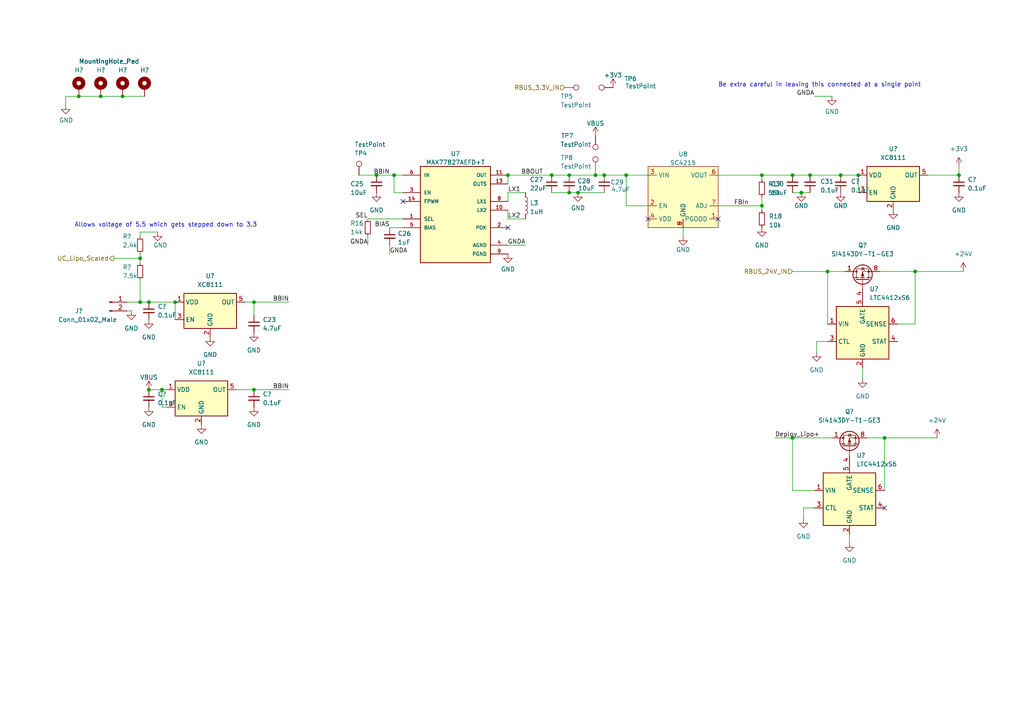
<source format=kicad_sch>
(kicad_sch (version 20211123) (generator eeschema)
  (paper "A4")
  (lib_symbols
    (symbol "Analog_Switch:MAX40200AUK"
      (property "Reference" "U" (at -6.35 6.35 0))
      (property "Value" "MAX40200AUK" (at 7.62 6.35 0))
      (symbol "MAX40200AUK_1_1"
        (rectangle (start -7.62 -5.08) (end 7.62 5.08) (stroke (width 0.254)) (fill (type background)))
        (pin power_in line (at -10.16 2.54 0) (length 2.54) (name "VDD") (number "1"))
        (pin power_in line (at 0 -7.62 90) (length 2.54) (name "GND") (number "2"))
        (pin input line (at -10.16 -2.54 0) (length 2.54) (name "EN") (number "3"))
        (pin no_connect line (at 7.62 -2.54 180) (length 2.54) hide (name "NC") (number "4"))
        (pin passive line (at 10.16 2.54 180) (length 2.54) (name "OUT") (number "5"))
      )
    )
    (symbol "Connector:Conn_01x02_Male" (pin_names (offset 1.016) hide)
      (property "Reference" "J" (at 0 2.54 0))
      (property "Value" "Conn_01x02_Male" (at 0 -5.08 0))
      (symbol "Conn_01x02_Male_1_1"
        (polyline (pts (xy 1.27 -2.54) (xy 0.8636 -2.54)) (stroke (width 0.1524)))
        (polyline (pts (xy 1.27 0) (xy 0.8636 0)) (stroke (width 0.1524)))
        (rectangle (start 0.8636 -2.413) (end 0 -2.667) (stroke (width 0.1524)) (fill (type outline)))
        (rectangle (start 0.8636 0.127) (end 0 -0.127) (stroke (width 0.1524)) (fill (type outline)))
        (pin passive line (at 5.08 0 180) (length 3.81) (name "Pin_1") (number "1"))
        (pin passive line (at 5.08 -2.54 180) (length 3.81) (name "Pin_2") (number "2"))
      )
    )
    (symbol "Connector:TestPoint" (pin_numbers hide) (pin_names (offset 0.762) hide)
      (property "Reference" "TP" (at 0 6.858 0))
      (property "Value" "TestPoint" (at 0 5.08 0))
      (symbol "TestPoint_0_1"
        (circle (center 0 3.302) (radius 0.762))
      )
      (symbol "TestPoint_1_1"
        (pin passive line (at 0 0 90) (length 2.54) (name "1") (number "1"))
      )
    )
    (symbol "Device:C_Small" (pin_numbers hide) (pin_names (offset 0.254) hide)
      (property "Reference" "C" (at 0.254 1.778 0))
      (property "Value" "C_Small" (at 0.254 -2.032 0))
      (symbol "C_Small_0_1"
        (polyline (pts (xy -1.524 -0.508) (xy 1.524 -0.508)) (stroke (width 0.3302)))
        (polyline (pts (xy -1.524 0.508) (xy 1.524 0.508)) (stroke (width 0.3048)))
      )
      (symbol "C_Small_1_1"
        (pin passive line (at 0 2.54 270) (length 2.032) (name "~") (number "1"))
        (pin passive line (at 0 -2.54 90) (length 2.032) (name "~") (number "2"))
      )
    )
    (symbol "Device:L" (pin_numbers hide) (pin_names (offset 1.016) hide)
      (property "Reference" "L" (at -1.27 0 90))
      (property "Value" "L" (at 1.905 0 90))
      (symbol "L_0_1"
        (arc (start 0 -2.54) (mid 0.635 -1.905) (end 0 -1.27))
        (arc (start 0 -1.27) (mid 0.635 -0.635) (end 0 0))
        (arc (start 0 0) (mid 0.635 0.635) (end 0 1.27))
        (arc (start 0 1.27) (mid 0.635 1.905) (end 0 2.54))
      )
      (symbol "L_1_1"
        (pin passive line (at 0 3.81 270) (length 1.27) (name "1") (number "1"))
        (pin passive line (at 0 -3.81 90) (length 1.27) (name "2") (number "2"))
      )
    )
    (symbol "Device:Q_PMOS_GDS" (pin_names (offset 0) hide)
      (property "Reference" "Q?" (at 6.35 1.2701 0))
      (property "Value" "SI4143DY-T1-GE3" (at 6.35 -1.2699 0))
      (symbol "Q_PMOS_GDS_0_0"
        (pin input line (at -5.08 0 0) (length 2.54) (name "G") (number "4"))
        (pin passive line (at 2.54 -5.08 90) (length 2.54) hide (name "D") (number "5"))
        (pin passive line (at 2.54 -5.08 90) (length 2.54) hide (name "D") (number "6"))
        (pin passive line (at 2.54 -5.08 90) (length 2.54) hide (name "D") (number "7"))
        (pin passive line (at 2.54 -5.08 90) (length 2.54) (name "D") (number "8"))
      )
      (symbol "Q_PMOS_GDS_0_1"
        (polyline (pts (xy 0.254 0) (xy -2.54 0)))
        (polyline (pts (xy 0.254 1.905) (xy 0.254 -1.905)) (stroke (width 0.254)))
        (polyline (pts (xy 0.762 -1.27) (xy 0.762 -2.286)) (stroke (width 0.254)))
        (polyline (pts (xy 0.762 0.508) (xy 0.762 -0.508)) (stroke (width 0.254)))
        (polyline (pts (xy 0.762 2.286) (xy 0.762 1.27)) (stroke (width 0.254)))
        (polyline (pts (xy 2.54 2.54) (xy 2.54 1.778)))
        (polyline (pts (xy 2.54 -2.54) (xy 2.54 0) (xy 0.762 0)))
        (polyline (pts (xy 0.762 1.778) (xy 3.302 1.778) (xy 3.302 -1.778) (xy 0.762 -1.778)))
        (polyline (pts (xy 2.286 0) (xy 1.27 0.381) (xy 1.27 -0.381) (xy 2.286 0)) (fill (type outline)))
        (polyline (pts (xy 2.794 -0.508) (xy 2.921 -0.381) (xy 3.683 -0.381) (xy 3.81 -0.254)))
        (polyline (pts (xy 3.302 -0.381) (xy 2.921 0.254) (xy 3.683 0.254) (xy 3.302 -0.381)))
        (circle (center 1.651 0) (radius 2.794) (stroke (width 0.254)))
        (circle (center 2.54 -1.778) (radius 0.254) (fill (type outline)))
        (circle (center 2.54 1.778) (radius 0.254) (fill (type outline)))
      )
      (symbol "Q_PMOS_GDS_1_1"
        (pin passive line (at 2.54 5.08 270) (length 2.54) (name "S") (number "1"))
        (pin passive line (at 2.54 5.08 270) (length 2.54) hide (name "S") (number "2"))
        (pin passive line (at 2.54 5.08 270) (length 2.54) hide (name "S") (number "3"))
      )
    )
    (symbol "Device:R_Small" (pin_numbers hide) (pin_names (offset 0.254) hide)
      (property "Reference" "R" (at 0.762 0.508 0))
      (property "Value" "R_Small" (at 0.762 -1.016 0))
      (symbol "R_Small_0_1"
        (rectangle (start -0.762 1.778) (end 0.762 -1.778) (stroke (width 0.2032)))
      )
      (symbol "R_Small_1_1"
        (pin passive line (at 0 2.54 270) (length 0.762) (name "~") (number "1"))
        (pin passive line (at 0 -2.54 90) (length 0.762) (name "~") (number "2"))
      )
    )
    (symbol "Mechanical:MountingHole_Pad" (pin_numbers hide) (pin_names (offset 1.016) hide)
      (property "Reference" "H" (at 0 6.35 0))
      (property "Value" "MountingHole_Pad" (at 0 4.445 0))
      (symbol "MountingHole_Pad_0_1"
        (circle (center 0 1.27) (radius 1.27) (stroke (width 1.27)))
      )
      (symbol "MountingHole_Pad_1_1"
        (pin input line (at 0 -2.54 90) (length 2.54) (name "1") (number "1"))
      )
    )
    (symbol "Power_Management:LTC4412xS6"
      (property "Reference" "U" (at -6.35 8.89 0))
      (property "Value" "LTC4412xS6" (at 6.35 8.89 0))
      (symbol "LTC4412xS6_0_1"
        (rectangle (start -7.62 7.62) (end 7.62 -7.62) (stroke (width 0.254)) (fill (type background)))
      )
      (symbol "LTC4412xS6_1_1"
        (pin power_in line (at -10.16 2.54 0) (length 2.54) (name "VIN") (number "1"))
        (pin power_in line (at 0 -10.16 90) (length 2.54) (name "GND") (number "2"))
        (pin input line (at -10.16 -2.54 0) (length 2.54) (name "CTL") (number "3"))
        (pin open_collector line (at 10.16 -2.54 180) (length 2.54) (name "STAT") (number "4"))
        (pin output line (at 0 10.16 270) (length 2.54) (name "GATE") (number "5"))
        (pin input line (at 10.16 2.54 180) (length 2.54) (name "SENSE") (number "6"))
      )
    )
    (symbol "iclr:MAX77827AEFD+T" (pin_names (offset 1.016))
      (property "Reference" "U?" (at -10.16 13.208 0))
      (property "Value" "MAX77827AEFD+T" (at -10.16 -17.78 0))
      (symbol "MAX77827AEFD+T_0_0"
        (rectangle (start -10.16 -15.24) (end 10.16 12.7) (stroke (width 0.254)) (fill (type background)))
        (pin passive line (at -15.24 -2.54 0) (length 5.08) (name "SEL") (number "1"))
        (pin passive line (at 15.24 0 180) (length 5.08) (name "LX2") (number "10"))
        (pin output line (at 15.24 10.16 180) (length 5.08) (name "OUT") (number "11"))
        (pin input line (at 15.24 7.62 180) (length 5.08) (name "OUTS") (number "13"))
        (pin input line (at -15.24 2.54 0) (length 5.08) (name "FPWM") (number "14"))
        (pin output line (at 15.24 -5.08 180) (length 5.08) (name "POK") (number "2"))
        (pin input line (at -15.24 5.08 0) (length 5.08) (name "EN") (number "3"))
        (pin power_in line (at 15.24 -10.16 180) (length 5.08) (name "AGND") (number "4"))
        (pin passive line (at -15.24 -5.08 0) (length 5.08) (name "BIAS") (number "5"))
        (pin input line (at -15.24 10.16 0) (length 5.08) (name "IN") (number "6"))
        (pin passive line (at 15.24 2.54 180) (length 5.08) (name "LX1") (number "8"))
        (pin power_in line (at 15.24 -12.7 180) (length 5.08) (name "PGND") (number "9"))
      )
    )
    (symbol "iclr:RT9025-25GSP"
      (property "Reference" "U6" (at 0 4.8428 0))
      (property "Value" "RT9025-25GSP" (at 0 2.3059 0))
      (symbol "RT9025-25GSP_1_1"
        (rectangle (start -10.16 1.27) (end 10.16 -16.51) (fill (type background)))
        (pin output line (at 10.16 -13.97 180) (length 2.54) (name "PGOOD") (number "1"))
        (pin input line (at -10.16 -10.16 0) (length 2.54) (name "EN") (number "2"))
        (pin input line (at -10.16 -1.27 0) (length 2.54) (name "VIN") (number "3"))
        (pin input line (at -10.16 -13.97 0) (length 2.54) (name "VDD") (number "4"))
        (pin output line (at 10.16 -1.27 180) (length 2.54) (name "VOUT") (number "6"))
        (pin input line (at 10.16 -10.16 180) (length 2.54) (name "ADJ") (number "7"))
        (pin input line (at 0 -16.51 90) (length 2.54) (name "GND") (number "8"))
        (pin input line (at 0 -16.51 90) (length 2.54) (name "GND") (number "9"))
      )
    )
    (symbol "power:+24V" (power) (pin_names (offset 0))
      (property "Value" "+24V" (at 0 3.556 0))
      (symbol "+24V_0_1"
        (polyline (pts (xy -0.762 1.27) (xy 0 2.54)))
        (polyline (pts (xy 0 0) (xy 0 2.54)))
        (polyline (pts (xy 0 2.54) (xy 0.762 1.27)))
      )
      (symbol "+24V_1_1"
        (pin power_in line (at 0 0 90) (length 0) hide (name "+24V") (number "1"))
      )
    )
    (symbol "power:+3.3V" (power) (pin_names (offset 0))
      (property "Value" "+3.3V" (at 0 3.556 0))
      (symbol "+3.3V_0_1"
        (polyline (pts (xy -0.762 1.27) (xy 0 2.54)))
        (polyline (pts (xy 0 0) (xy 0 2.54)))
        (polyline (pts (xy 0 2.54) (xy 0.762 1.27)))
      )
      (symbol "+3.3V_1_1"
        (pin power_in line (at 0 0 90) (length 0) hide (name "+3V3") (number "1"))
      )
    )
    (symbol "power:GND" (power) (pin_names (offset 0))
      (property "Value" "GND" (at 0 -3.81 0))
      (symbol "GND_0_1"
        (polyline (pts (xy 0 0) (xy 0 -1.27) (xy 1.27 -1.27) (xy 0 -2.54) (xy -1.27 -1.27) (xy 0 -1.27)))
      )
      (symbol "GND_1_1"
        (pin power_in line (at 0 0 270) (length 0) hide (name "GND") (number "1"))
      )
    )
    (symbol "power:VBUS" (power) (pin_names (offset 0))
      (property "Value" "VBUS" (at 0 3.81 0))
      (symbol "VBUS_0_1"
        (polyline (pts (xy -0.762 1.27) (xy 0 2.54)))
        (polyline (pts (xy 0 0) (xy 0 2.54)))
        (polyline (pts (xy 0 2.54) (xy 0.762 1.27)))
      )
      (symbol "VBUS_1_1"
        (pin power_in line (at 0 0 90) (length 0) hide (name "VBUS") (number "1"))
      )
    )
  )
  (junction (at 165.1 50.8))
  (junction (at 50.8 87.63))
  (junction (at 220.98 50.8))
  (junction (at 172.72 50.8))
  (junction (at 167.64 55.88))
  (junction (at 248.92 50.8))
  (junction (at 278.13 50.8))
  (junction (at 40.64 74.93))
  (junction (at 22.86 27.94))
  (junction (at 40.64 87.63))
  (junction (at 256.54 127))
  (junction (at 109.22 50.8))
  (junction (at 43.18 87.63))
  (junction (at 229.87 127))
  (junction (at 229.87 50.8))
  (junction (at 175.26 50.8))
  (junction (at 232.41 55.88))
  (junction (at 147.32 50.8))
  (junction (at 73.66 87.63))
  (junction (at 243.84 50.8))
  (junction (at 220.98 59.69))
  (junction (at 43.18 113.03))
  (junction (at 35.56 27.94))
  (junction (at 114.3 50.8))
  (junction (at 240.03 78.74))
  (junction (at 29.21 27.94))
  (junction (at 265.43 78.74))
  (junction (at 160.02 50.8))
  (junction (at 46.99 113.03))
  (junction (at 73.66 113.03))
  (junction (at 165.1 55.88))
  (junction (at 234.95 50.8))
  (junction (at 181.61 50.8))
  (no_connect (at 147.32 66.04))
  (no_connect (at 256.54 147.32))
  (no_connect (at 116.84 58.42))
  (no_connect (at 208.28 63.5))
  (no_connect (at 187.96 63.5))
  (wire (pts (xy 40.64 74.93) (xy 33.02 74.93)))
  (wire (pts (xy 114.3 55.88) (xy 116.84 55.88)))
  (wire (pts (xy 147.32 50.8) (xy 160.02 50.8)))
  (wire (pts (xy 40.64 67.31) (xy 45.72 67.31)))
  (wire (pts (xy 160.02 50.8) (xy 165.1 50.8)))
  (wire (pts (xy 251.46 127) (xy 256.54 127)))
  (wire (pts (xy 220.98 50.8) (xy 220.98 52.07)))
  (wire (pts (xy 229.87 127) (xy 241.3 127)))
  (wire (pts (xy 147.32 55.88) (xy 152.4 55.88)))
  (wire (pts (xy 198.12 68.58) (xy 198.12 66.04)))
  (wire (pts (xy 181.61 50.8) (xy 181.61 59.69)))
  (wire (pts (xy 160.02 55.88) (xy 165.1 55.88)))
  (wire (pts (xy 19.05 27.94) (xy 19.05 30.48)))
  (wire (pts (xy 208.28 50.8) (xy 220.98 50.8)))
  (wire (pts (xy 147.32 63.5) (xy 147.32 60.96)))
  (wire (pts (xy 265.43 93.98) (xy 265.43 78.74)))
  (wire (pts (xy 73.66 91.44) (xy 73.66 87.63)))
  (wire (pts (xy 181.61 50.8) (xy 187.96 50.8)))
  (wire (pts (xy 40.64 87.63) (xy 43.18 87.63)))
  (wire (pts (xy 106.68 63.5) (xy 116.84 63.5)))
  (wire (pts (xy 236.855 99.06) (xy 240.03 99.06)))
  (wire (pts (xy 147.32 71.12) (xy 152.4 71.12)))
  (wire (pts (xy 269.24 50.8) (xy 278.13 50.8)))
  (wire (pts (xy 172.72 50.8) (xy 175.26 50.8)))
  (wire (pts (xy 256.54 127) (xy 271.78 127)))
  (wire (pts (xy 240.03 78.74) (xy 240.03 93.98)))
  (wire (pts (xy 220.98 57.15) (xy 220.98 59.69)))
  (wire (pts (xy 147.32 58.42) (xy 147.32 55.88)))
  (wire (pts (xy 243.84 50.8) (xy 248.92 50.8)))
  (wire (pts (xy 172.72 49.53) (xy 172.72 50.8)))
  (wire (pts (xy 165.1 50.8) (xy 172.72 50.8)))
  (wire (pts (xy 260.35 93.98) (xy 265.43 93.98)))
  (wire (pts (xy 40.64 74.93) (xy 40.64 76.2)))
  (wire (pts (xy 233.045 147.32) (xy 236.22 147.32)))
  (wire (pts (xy 236.855 102.235) (xy 236.855 99.06)))
  (wire (pts (xy 229.87 55.88) (xy 232.41 55.88)))
  (wire (pts (xy 229.87 127) (xy 229.87 142.24)))
  (wire (pts (xy 114.3 50.8) (xy 114.3 55.88)))
  (wire (pts (xy 278.13 48.26) (xy 278.13 50.8)))
  (wire (pts (xy 181.61 59.69) (xy 187.96 59.69)))
  (wire (pts (xy 104.14 50.8) (xy 109.22 50.8)))
  (wire (pts (xy 167.64 55.88) (xy 175.26 55.88)))
  (wire (pts (xy 175.26 50.8) (xy 181.61 50.8)))
  (wire (pts (xy 106.68 71.12) (xy 106.68 68.58)))
  (wire (pts (xy 255.27 78.74) (xy 265.43 78.74)))
  (wire (pts (xy 208.28 59.69) (xy 220.98 59.69)))
  (wire (pts (xy 224.79 127) (xy 229.87 127)))
  (wire (pts (xy 43.18 87.63) (xy 50.8 87.63)))
  (wire (pts (xy 229.87 50.8) (xy 234.95 50.8)))
  (wire (pts (xy 152.4 63.5) (xy 147.32 63.5)))
  (wire (pts (xy 232.41 55.88) (xy 234.95 55.88)))
  (wire (pts (xy 240.03 78.74) (xy 245.11 78.74)))
  (wire (pts (xy 248.92 50.8) (xy 248.92 55.88)))
  (wire (pts (xy 35.56 27.94) (xy 41.91 27.94)))
  (wire (pts (xy 43.18 113.03) (xy 46.99 113.03)))
  (wire (pts (xy 250.19 106.68) (xy 250.19 109.855)))
  (wire (pts (xy 167.64 55.88) (xy 165.1 55.88)))
  (wire (pts (xy 233.045 150.495) (xy 233.045 147.32)))
  (wire (pts (xy 236.22 27.94) (xy 241.3 27.94)))
  (wire (pts (xy 246.38 154.94) (xy 246.38 157.48)))
  (wire (pts (xy 109.22 50.8) (xy 114.3 50.8)))
  (wire (pts (xy 40.64 73.66) (xy 40.64 74.93)))
  (wire (pts (xy 48.26 118.11) (xy 46.99 118.11)))
  (wire (pts (xy 256.54 142.24) (xy 256.54 127)))
  (wire (pts (xy 73.66 113.03) (xy 83.82 113.03)))
  (wire (pts (xy 147.32 53.34) (xy 147.32 50.8)))
  (wire (pts (xy 29.21 27.94) (xy 35.56 27.94)))
  (wire (pts (xy 113.03 66.04) (xy 116.84 66.04)))
  (wire (pts (xy 40.64 81.28) (xy 40.64 87.63)))
  (wire (pts (xy 36.83 90.17) (xy 38.1 90.17)))
  (wire (pts (xy 114.3 50.8) (xy 116.84 50.8)))
  (wire (pts (xy 46.99 113.03) (xy 48.26 113.03)))
  (wire (pts (xy 40.64 68.58) (xy 40.64 67.31)))
  (wire (pts (xy 50.8 87.63) (xy 50.8 92.71)))
  (wire (pts (xy 73.66 87.63) (xy 83.82 87.63)))
  (wire (pts (xy 36.83 87.63) (xy 40.64 87.63)))
  (wire (pts (xy 220.98 59.69) (xy 220.98 60.96)))
  (wire (pts (xy 22.86 27.94) (xy 29.21 27.94)))
  (wire (pts (xy 46.99 118.11) (xy 46.99 113.03)))
  (wire (pts (xy 265.43 78.74) (xy 279.4 78.74)))
  (wire (pts (xy 234.95 50.8) (xy 243.84 50.8)))
  (wire (pts (xy 71.12 87.63) (xy 73.66 87.63)))
  (wire (pts (xy 220.98 50.8) (xy 229.87 50.8)))
  (wire (pts (xy 229.87 78.74) (xy 240.03 78.74)))
  (wire (pts (xy 113.03 73.66) (xy 113.03 71.12)))
  (wire (pts (xy 22.86 27.94) (xy 19.05 27.94)))
  (wire (pts (xy 68.58 113.03) (xy 73.66 113.03)))
  (wire (pts (xy 229.87 142.24) (xy 236.22 142.24)))
  (text "Allows voltage of 5.5 which gets stepped down to 3.3" (at 21.59 66.04 0) (effects (font (size 1.27 1.27)) (justify left bottom)))
  (text "Be extra careful in leaving this connected at a single point\n" (at 208.28 25.4 0) (effects (font (size 1.27 1.27)) (justify left bottom)))
  (label "GNDA" (at 113.03 73.66 0))
  (label "FBIn" (at 217.17 59.69 180))
  (label "BIAS" (at 113.03 66.04 180))
  (label "BBIN" (at 83.82 87.63 180))
  (label "LX2" (at 147.32 63.5 0))
  (label "GNDA" (at 236.22 27.94 180))
  (label "GNDA" (at 106.68 71.12 180))
  (label "SEL" (at 106.68 63.5 180))
  (label "BBIN" (at 83.82 113.03 180))
  (label "GNDA" (at 152.4 71.12 180))
  (label "BBOUT" (at 151.13 50.8 0))
  (label "Deploy_Lipo+" (at 224.79 127 0))
  (label "LX1" (at 147.32 55.88 0))
  (label "BBIN" (at 113.03 50.8 180))
  (hierarchical_label "RBUS_24V_IN" (shape input) (at 229.87 78.74 180))
  (hierarchical_label "UC_Lipo_Scaled" (shape output) (at 33.02 74.93 180))
  (hierarchical_label "RBUS_3.3V_IN" (shape input) (at 163.83 25.4 180))
  (symbol (lib_id "power:+3.3V") (at 177.8 25.4 0) (unit 1)
    (property "Reference" "#PWR052" (effects hide))
    (property "Value" "+3.3V" (at 177.8 21.8242 0))
  )
  (symbol (lib_id "Analog_Switch:MAX40200AUK") (at 259.08 53.34 0) (unit 1)
    (property "Reference" "U?" (at 259.08 43.18 0))
    (property "Value" "XC8111" (at 259.08 45.72 0))
    (property "Footprint" "Package_TO_SOT_SMD:SOT-23-5" (effects hide))
    (property "Datasheet" "https://www.torexsemi.com/file/xc8111/XC8111.pdf" (effects hide))
  )
  (symbol (lib_id "Connector:TestPoint") (at 172.72 49.53 0) (unit 1)
    (property "Reference" "TP8" (at 162.56 45.72 0) (effects (justify left)))
    (property "Value" "TestPoint" (at 162.56 48.2569 0) (effects (justify left)))
    (property "Footprint" "TestPoint:TestPoint_Pad_D1.5mm" (effects hide))
  )
  (symbol (lib_id "Device:R_Small") (at 106.68 66.04 0) (unit 1)
    (property "Reference" "R16" (at 101.6 64.77 0) (effects (justify left)))
    (property "Value" "14k" (at 101.6 67.3069 0) (effects (justify left)))
    (property "Footprint" "Resistor_SMD:R_0402_1005Metric" (effects hide))
  )
  (symbol (lib_id "power:GND") (at 58.42 123.19 0) (unit 1)
    (property "Reference" "#PWR?" (effects hide))
    (property "Value" "GND" (at 58.42 128.27 0))
  )
  (symbol (lib_id "Device:C_Small") (at 234.95 53.34 180) (unit 1)
    (property "Reference" "C31" (at 237.9083 52.6454 0) (effects (justify right)))
    (property "Value" "0.1uF" (at 237.9083 55.1854 0) (effects (justify right)))
    (property "Footprint" "Capacitor_SMD:C_0402_1005Metric" (effects hide))
  )
  (symbol (lib_id "power:GND") (at 60.96 97.79 0) (unit 1)
    (property "Reference" "#PWR?" (effects hide))
    (property "Value" "GND" (at 60.96 102.87 0))
  )
  (symbol (lib_id "Connector:TestPoint") (at 163.83 25.4 270) (unit 1)
    (property "Reference" "TP5" (at 162.56 27.94 90) (effects (justify left)))
    (property "Value" "TestPoint" (at 162.56 30.4769 90) (effects (justify left)))
    (property "Footprint" "TestPoint:TestPoint_Pad_D1.5mm" (effects hide))
  )
  (symbol (lib_id "power:VBUS") (at 172.72 39.37 0) (unit 1)
    (property "Reference" "#PWR056" (effects hide))
    (property "Value" "VBUS" (at 172.72 35.7942 0))
  )
  (symbol (lib_id "Device:C_Small") (at 165.1 53.34 0) (unit 1)
    (property "Reference" "C28" (at 167.4241 52.5116 0) (effects (justify left)))
    (property "Value" "10uF" (at 167.64 54.61 0) (effects (justify left)))
    (property "Footprint" "Capacitor_SMD:C_0402_1005Metric" (effects hide))
  )
  (symbol (lib_id "power:GND") (at 250.19 109.855 0) (unit 1)
    (property "Reference" "#PWR?" (effects hide))
    (property "Value" "GND" (at 250.19 114.935 0))
  )
  (symbol (lib_id "power:VBUS") (at 43.18 113.03 0) (unit 1)
    (property "Reference" "#PWR042" (effects hide))
    (property "Value" "VBUS" (at 43.18 109.4542 0))
  )
  (symbol (lib_id "Device:L") (at 152.4 59.69 0) (unit 1)
    (property "Reference" "L3" (at 153.67 58.8553 0) (effects (justify left)))
    (property "Value" "1uH" (at 153.67 61.3922 0) (effects (justify left)))
    (property "Footprint" "Inductor_SMD:L_0805_2012Metric" (effects hide))
  )
  (symbol (lib_id "power:GND") (at 73.66 96.52 0) (unit 1)
    (property "Reference" "#PWR045" (effects hide))
    (property "Value" "GND" (at 73.66 101.6 0))
  )
  (symbol (lib_id "Connector:TestPoint") (at 104.14 50.8 0) (unit 1)
    (property "Reference" "TP4" (at 102.87 44.45 0) (effects (justify left)))
    (property "Value" "TestPoint" (at 102.87 41.9131 0) (effects (justify left)))
    (property "Footprint" "TestPoint:TestPoint_Pad_D1.5mm" (effects hide))
  )
  (symbol (lib_id "Device:R_Small") (at 220.98 63.5 0) (unit 1)
    (property "Reference" "R18" (at 222.994 62.7497 0) (effects (justify left)))
    (property "Value" "10k" (at 222.994 65.2897 0) (effects (justify left)))
    (property "Footprint" "Resistor_SMD:R_0402_1005Metric" (effects hide))
  )
  (symbol (lib_id "Device:C_Small") (at 43.18 115.57 0) (unit 1)
    (property "Reference" "C?" (at 45.72 114.3062 0) (effects (justify left)))
    (property "Value" "0.1uF" (at 45.72 116.8462 0) (effects (justify left)))
    (property "Footprint" "Capacitor_SMD:C_0402_1005Metric" (effects hide))
  )
  (symbol (lib_id "Mechanical:MountingHole_Pad") (at 29.21 25.4 0) (unit 1)
    (property "Reference" "H?" (at 27.94 20.32 0) (effects (justify left)))
    (property "Value" "MountingHole_Pad" (at 22.86 17.78 0) (effects (justify left)))
    (property "Footprint" "MountingHole:MountingHole_3.2mm_M3_DIN965_Pad" (effects hide))
  )
  (symbol (lib_id "power:GND") (at 43.18 92.71 0) (unit 1)
    (property "Reference" "#PWR?" (effects hide))
    (property "Value" "GND" (at 43.18 97.79 0))
  )
  (symbol (lib_id "Analog_Switch:MAX40200AUK") (at 58.42 115.57 0) (unit 1)
    (property "Reference" "U?" (at 58.42 105.41 0))
    (property "Value" "XC8111" (at 58.42 107.95 0))
    (property "Footprint" "Package_TO_SOT_SMD:SOT-23-5" (effects hide))
    (property "Datasheet" "https://www.torexsemi.com/file/xc8111/XC8111.pdf" (effects hide))
  )
  (symbol (lib_id "Device:Q_PMOS_GDS") (at 246.38 129.54 90) (unit 1)
    (property "Reference" "Q?" (at 246.38 119.38 90))
    (property "Value" "SI4143DY-T1-GE3" (at 246.38 121.92 90))
    (property "Footprint" "Package_SO:SOIC-8_3.9x4.9mm_P1.27mm" (effects hide))
  )
  (symbol (lib_id "power:GND") (at 19.05 30.48 0) (unit 1)
    (property "Reference" "#PWR?" (effects hide))
    (property "Value" "GND" (at 19.177 34.8742 0))
  )
  (symbol (lib_id "Device:C_Small") (at 243.84 53.34 180) (unit 1)
    (property "Reference" "C?" (at 246.7983 52.6454 0) (effects (justify right)))
    (property "Value" "0.1uF" (at 246.7983 55.1854 0) (effects (justify right)))
    (property "Footprint" "Capacitor_SMD:C_0402_1005Metric" (effects hide))
  )
  (symbol (lib_id "power:GND") (at 167.64 55.88 0) (unit 1)
    (property "Reference" "#PWR055" (effects hide))
    (property "Value" "GND" (at 167.64 60.3234 0))
  )
  (symbol (lib_id "power:GND") (at 243.84 55.88 0) (unit 1)
    (property "Reference" "#PWR?" (effects hide))
    (property "Value" "GND" (at 243.84 59.69 0))
  )
  (symbol (lib_id "Device:C_Small") (at 109.22 53.34 0) (unit 1)
    (property "Reference" "C25" (at 101.6 53.34 0) (effects (justify left)))
    (property "Value" "10uF" (at 101.6 55.8769 0) (effects (justify left)))
    (property "Footprint" "Capacitor_SMD:C_0603_1608Metric" (effects hide))
  )
  (symbol (lib_id "Device:Q_PMOS_GDS") (at 250.19 81.28 90) (unit 1)
    (property "Reference" "Q?" (at 250.19 71.12 90))
    (property "Value" "SI4143DY-T1-GE3" (at 250.19 73.66 90))
    (property "Footprint" "Package_SO:SOIC-8_3.9x4.9mm_P1.27mm" (effects hide))
  )
  (symbol (lib_id "power:GND") (at 73.66 118.11 0) (unit 1)
    (property "Reference" "#PWR046" (effects hide))
    (property "Value" "GND" (at 73.66 123.19 0))
  )
  (symbol (lib_id "Device:C_Small") (at 73.66 115.57 0) (unit 1)
    (property "Reference" "C?" (at 76.2 114.3062 0) (effects (justify left)))
    (property "Value" "0.1uF" (at 76.2 116.8462 0) (effects (justify left)))
    (property "Footprint" "Capacitor_SMD:C_0402_1005Metric" (effects hide))
  )
  (symbol (lib_id "Mechanical:MountingHole_Pad") (at 22.86 25.4 0) (unit 1)
    (property "Reference" "H?" (at 21.59 20.32 0) (effects (justify left)))
    (property "Value" "MountingHole_Pad" (at 22.86 17.78 0) (effects (justify left)))
    (property "Footprint" "MountingHole:MountingHole_3.2mm_M3_DIN965_Pad" (effects hide))
  )
  (symbol (lib_id "Connector:TestPoint") (at 172.72 39.37 180) (unit 1)
    (property "Reference" "TP7" (at 166.37 39.37 0) (effects (justify left)))
    (property "Value" "TestPoint" (at 171.45 41.9069 0) (effects (justify left)))
    (property "Footprint" "TestPoint:TestPoint_Pad_D1.5mm" (effects hide))
  )
  (symbol (lib_id "power:GND") (at 232.41 55.88 0) (unit 1)
    (property "Reference" "#PWR060" (effects hide))
    (property "Value" "GND" (at 232.41 59.69 0))
  )
  (symbol (lib_id "power:GND") (at 43.18 118.11 0) (unit 1)
    (property "Reference" "#PWR?" (effects hide))
    (property "Value" "GND" (at 43.18 123.19 0))
  )
  (symbol (lib_id "power:GND") (at 236.855 102.235 0) (unit 1)
    (property "Reference" "#PWR?" (effects hide))
    (property "Value" "GND" (at 236.855 107.315 0))
  )
  (symbol (lib_id "Device:C_Small") (at 43.18 90.17 0) (unit 1)
    (property "Reference" "C?" (at 45.72 88.9062 0) (effects (justify left)))
    (property "Value" "0.1uF" (at 45.72 91.4462 0) (effects (justify left)))
    (property "Footprint" "Capacitor_SMD:C_0402_1005Metric" (effects hide))
  )
  (symbol (lib_id "power:GND") (at 198.12 68.58 0) (unit 1)
    (property "Reference" "#PWR057" (effects hide))
    (property "Value" "GND" (at 198.12 72.39 0))
  )
  (symbol (lib_id "Device:C_Small") (at 229.87 53.34 180) (unit 1)
    (property "Reference" "C30" (at 223.52 53.34 0) (effects (justify right)))
    (property "Value" "10uF" (at 223.52 55.88 0) (effects (justify right)))
    (property "Footprint" "Capacitor_SMD:C_0402_1005Metric" (effects hide))
  )
  (symbol (lib_id "power:GND") (at 109.22 55.88 0) (unit 1)
    (property "Reference" "#PWR048" (effects hide))
    (property "Value" "GND" (at 109.22 60.96 0))
  )
  (symbol (lib_id "Connector:TestPoint") (at 177.8 25.4 90) (unit 1)
    (property "Reference" "TP6" (at 182.88 22.86 90))
    (property "Value" "TestPoint" (at 185.801 24.9616 90))
    (property "Footprint" "TestPoint:TestPoint_Pad_D1.5mm" (effects hide))
  )
  (symbol (lib_id "Power_Management:LTC4412xS6") (at 246.38 144.78 0) (unit 1)
    (property "Reference" "U?" (at 248.3994 132.08 0) (effects (justify left)))
    (property "Value" "LTC4412xS6" (at 248.3994 134.62 0) (effects (justify left)))
    (property "Footprint" "Package_TO_SOT_SMD:TSOT-23-6" (effects hide))
    (property "Datasheet" "https://www.analog.com/media/en/technical-documentation/data-sheets/4412fb.pdf" (effects hide))
  )
  (symbol (lib_id "power:GND") (at 278.13 55.88 0) (unit 1)
    (property "Reference" "#PWR?" (effects hide))
    (property "Value" "GND" (at 278.13 60.96 0))
  )
  (symbol (lib_id "power:GND") (at 246.38 157.48 0) (unit 1)
    (property "Reference" "#PWR?" (effects hide))
    (property "Value" "GND" (at 246.38 162.56 0))
  )
  (symbol (lib_id "iclr:RT9025-25GSP") (at 198.12 49.53 0) (unit 1)
    (property "Reference" "U8" (at 198.12 44.6872 0))
    (property "Value" "SC4215" (at 198.12 47.2241 0))
    (property "Footprint" "iclr:SOIC127P599X175-9N" (effects hide))
  )
  (symbol (lib_id "power:GND") (at 38.1 90.17 0) (unit 1)
    (property "Reference" "#PWR?" (effects hide))
    (property "Value" "GND" (at 38.1 95.25 0))
  )
  (symbol (lib_id "iclr:MAX77827AEFD+T") (at 132.08 60.96 0) (unit 1)
    (property "Reference" "U7" (at 132.08 44.5602 0))
    (property "Value" "MAX77827AEFD+T" (at 132.08 47.0971 0))
    (property "Footprint" "iclr:CONV_MAX77827AEFD+T" (effects hide))
    (property "MANUFACTURER" "Maxim Integrated" (effects hide))
    (property "MAXIMUM_PACKAGE_HEIGHT" "0.6mm" (effects hide))
    (property "PARTREV" "B" (effects hide))
    (property "STANDARD" "Manufacturer Recommended" (effects hide))
  )
  (symbol (lib_id "power:GND") (at 220.98 66.04 0) (unit 1)
    (property "Reference" "#PWR058" (effects hide))
    (property "Value" "GND" (at 220.98 71.12 0))
  )
  (symbol (lib_id "power:GND") (at 147.32 73.66 0) (unit 1)
    (property "Reference" "#PWR053" (effects hide))
    (property "Value" "GND" (at 147.32 78.1034 0))
  )
  (symbol (lib_id "Device:R_Small") (at 40.64 78.74 180) (unit 1)
    (property "Reference" "R?" (at 35.56 77.47 0) (effects (justify right)))
    (property "Value" "7.5k" (at 35.56 80.01 0) (effects (justify right)))
    (property "Footprint" "Resistor_SMD:R_0603_1608Metric" (effects hide))
  )
  (symbol (lib_id "Device:C_Small") (at 73.66 93.98 0) (unit 1)
    (property "Reference" "C23" (at 76.2 92.7162 0) (effects (justify left)))
    (property "Value" "4.7uF" (at 76.2 95.2562 0) (effects (justify left)))
    (property "Footprint" "Capacitor_SMD:C_0402_1005Metric" (effects hide))
  )
  (symbol (lib_id "Device:C_Small") (at 175.26 53.34 0) (unit 1)
    (property "Reference" "C29" (at 177.0436 52.8468 0) (effects (justify left)))
    (property "Value" "4.7uF" (at 177.2595 54.9452 0) (effects (justify left)))
    (property "Footprint" "Capacitor_SMD:C_0402_1005Metric" (effects hide))
  )
  (symbol (lib_id "Mechanical:MountingHole_Pad") (at 41.91 25.4 0) (unit 1)
    (property "Reference" "H?" (at 40.64 20.32 0) (effects (justify left)))
    (property "Value" "MountingHole_Pad" (at 22.86 17.78 0) (effects (justify left)))
    (property "Footprint" "MountingHole:MountingHole_3.2mm_M3_DIN965_Pad" (effects hide))
  )
  (symbol (lib_id "Device:C_Small") (at 160.02 53.34 0) (unit 1)
    (property "Reference" "C27" (at 153.67 52.0731 0) (effects (justify left)))
    (property "Value" "22uF" (at 153.67 54.61 0) (effects (justify left)))
    (property "Footprint" "Capacitor_SMD:C_0603_1608Metric" (effects hide))
  )
  (symbol (lib_id "Device:R_Small") (at 220.98 54.61 0) (unit 1)
    (property "Reference" "R17" (at 222.7367 53.3805 0) (effects (justify left)))
    (property "Value" "56k" (at 222.7367 55.9205 0) (effects (justify left)))
    (property "Footprint" "Resistor_SMD:R_0402_1005Metric" (effects hide))
  )
  (symbol (lib_id "Device:C_Small") (at 113.03 68.58 0) (unit 1)
    (property "Reference" "C26" (at 115.3541 67.7516 0) (effects (justify left)))
    (property "Value" "1uF" (at 115.3541 70.2885 0) (effects (justify left)))
    (property "Footprint" "Capacitor_SMD:C_0402_1005Metric" (effects hide))
  )
  (symbol (lib_id "power:+24V") (at 279.4 78.74 0) (unit 1)
    (property "Reference" "#PWR?" (effects hide))
    (property "Value" "+24V" (at 279.4 73.66 0))
  )
  (symbol (lib_id "Power_Management:LTC4412xS6") (at 250.19 96.52 0) (unit 1)
    (property "Reference" "U?" (at 252.2094 83.82 0) (effects (justify left)))
    (property "Value" "LTC4412xS6" (at 252.2094 86.36 0) (effects (justify left)))
    (property "Footprint" "Package_TO_SOT_SMD:TSOT-23-6" (effects hide))
    (property "Datasheet" "https://www.analog.com/media/en/technical-documentation/data-sheets/4412fb.pdf" (effects hide))
  )
  (symbol (lib_id "power:GND") (at 45.72 67.31 0) (unit 1)
    (property "Reference" "#PWR?" (effects hide))
    (property "Value" "GND" (at 44.45 71.12 0) (effects (justify left)))
  )
  (symbol (lib_id "power:GND") (at 233.045 150.495 0) (unit 1)
    (property "Reference" "#PWR?" (effects hide))
    (property "Value" "GND" (at 233.045 155.575 0))
  )
  (symbol (lib_id "power:+24V") (at 271.78 127 0) (unit 1)
    (property "Reference" "#PWR?" (effects hide))
    (property "Value" "+24V" (at 271.78 121.92 0))
  )
  (symbol (lib_id "power:GND") (at 241.3 27.94 0) (unit 1)
    (property "Reference" "#PWR051" (effects hide))
    (property "Value" "GND" (at 241.3 32.3834 0))
  )
  (symbol (lib_id "Mechanical:MountingHole_Pad") (at 35.56 25.4 0) (unit 1)
    (property "Reference" "H?" (at 34.29 20.32 0) (effects (justify left)))
    (property "Value" "MountingHole_Pad" (at 22.86 17.78 0) (effects (justify left)))
    (property "Footprint" "MountingHole:MountingHole_3.2mm_M3_DIN965_Pad" (effects hide))
  )
  (symbol (lib_id "power:GND") (at 259.08 60.96 0) (unit 1)
    (property "Reference" "#PWR?" (effects hide))
    (property "Value" "GND" (at 259.08 66.04 0))
  )
  (symbol (lib_id "Device:C_Small") (at 278.13 53.34 0) (unit 1)
    (property "Reference" "C?" (at 280.67 52.0762 0) (effects (justify left)))
    (property "Value" "0.1uF" (at 280.67 54.6162 0) (effects (justify left)))
    (property "Footprint" "Capacitor_SMD:C_0402_1005Metric" (effects hide))
  )
  (symbol (lib_id "Connector:Conn_01x02_Male") (at 31.75 87.63 0) (unit 1)
    (property "Reference" "J?" (at 22.86 90.17 0))
    (property "Value" "Conn_01x02_Male" (at 25.4 92.71 0))
  )
  (symbol (lib_id "Analog_Switch:MAX40200AUK") (at 60.96 90.17 0) (unit 1)
    (property "Reference" "U?" (at 60.96 80.01 0))
    (property "Value" "XC8111" (at 60.96 82.55 0))
    (property "Footprint" "Package_TO_SOT_SMD:SOT-23-5" (effects hide))
    (property "Datasheet" "https://www.torexsemi.com/file/xc8111/XC8111.pdf" (effects hide))
  )
  (symbol (lib_id "Device:R_Small") (at 40.64 71.12 180) (unit 1)
    (property "Reference" "R?" (at 35.56 68.58 0) (effects (justify right)))
    (property "Value" "2.4k" (at 35.56 71.12 0) (effects (justify right)))
    (property "Footprint" "Resistor_SMD:R_0603_1608Metric" (effects hide))
  )
  (symbol (lib_id "power:+3.3V") (at 278.13 48.26 0) (unit 1)
    (property "Reference" "#PWR?" (effects hide))
    (property "Value" "+3.3V" (at 278.13 43.18 0))
  )
)
</source>
